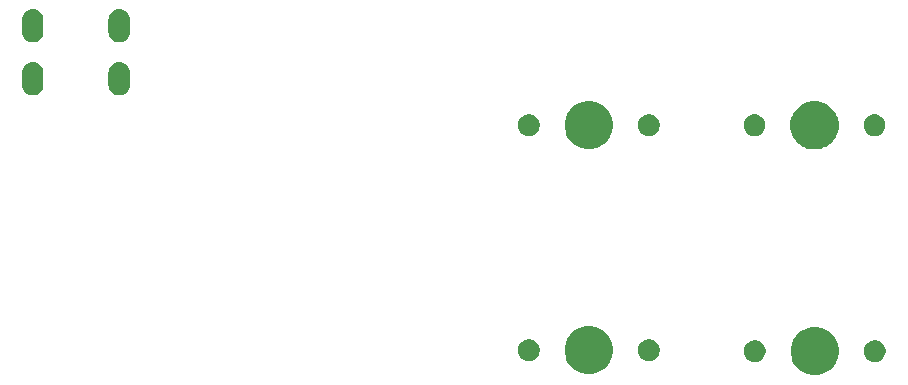
<source format=gts>
G04 #@! TF.GenerationSoftware,KiCad,Pcbnew,(5.1.2)-1*
G04 #@! TF.CreationDate,2019-05-27T11:12:18-07:00*
G04 #@! TF.ProjectId,Aidan PCB,41696461-6e20-4504-9342-2e6b69636164,rev?*
G04 #@! TF.SameCoordinates,Original*
G04 #@! TF.FileFunction,Soldermask,Top*
G04 #@! TF.FilePolarity,Negative*
%FSLAX46Y46*%
G04 Gerber Fmt 4.6, Leading zero omitted, Abs format (unit mm)*
G04 Created by KiCad (PCBNEW (5.1.2)-1) date 2019-05-27 11:12:18*
%MOMM*%
%LPD*%
G04 APERTURE LIST*
%ADD10C,0.100000*%
G04 APERTURE END LIST*
D10*
G36*
X117096474Y-98223684D02*
G01*
X117270053Y-98295583D01*
X117468623Y-98377833D01*
X117803548Y-98601623D01*
X118088377Y-98886452D01*
X118312167Y-99221377D01*
X118344562Y-99299586D01*
X118466316Y-99593526D01*
X118544900Y-99988594D01*
X118544900Y-100391406D01*
X118466316Y-100786474D01*
X118415451Y-100909272D01*
X118312167Y-101158623D01*
X118088377Y-101493548D01*
X117803548Y-101778377D01*
X117468623Y-102002167D01*
X117314474Y-102066017D01*
X117096474Y-102156316D01*
X116701406Y-102234900D01*
X116298594Y-102234900D01*
X115903526Y-102156316D01*
X115685526Y-102066017D01*
X115531377Y-102002167D01*
X115196452Y-101778377D01*
X114911623Y-101493548D01*
X114687833Y-101158623D01*
X114584549Y-100909272D01*
X114533684Y-100786474D01*
X114455100Y-100391406D01*
X114455100Y-99988594D01*
X114533684Y-99593526D01*
X114655438Y-99299586D01*
X114687833Y-99221377D01*
X114911623Y-98886452D01*
X115196452Y-98601623D01*
X115531377Y-98377833D01*
X115729947Y-98295583D01*
X115903526Y-98223684D01*
X116298594Y-98145100D01*
X116701406Y-98145100D01*
X117096474Y-98223684D01*
X117096474Y-98223684D01*
G37*
G36*
X97971474Y-98141434D02*
G01*
X98170043Y-98223684D01*
X98343623Y-98295583D01*
X98678548Y-98519373D01*
X98963377Y-98804202D01*
X99187167Y-99139127D01*
X99219562Y-99217336D01*
X99341316Y-99511276D01*
X99419900Y-99906344D01*
X99419900Y-100309156D01*
X99341316Y-100704224D01*
X99290451Y-100827022D01*
X99187167Y-101076373D01*
X98963377Y-101411298D01*
X98678548Y-101696127D01*
X98343623Y-101919917D01*
X98189474Y-101983767D01*
X97971474Y-102074066D01*
X97576406Y-102152650D01*
X97173594Y-102152650D01*
X96778526Y-102074066D01*
X96560526Y-101983767D01*
X96406377Y-101919917D01*
X96071452Y-101696127D01*
X95786623Y-101411298D01*
X95562833Y-101076373D01*
X95459549Y-100827022D01*
X95408684Y-100704224D01*
X95330100Y-100309156D01*
X95330100Y-99906344D01*
X95408684Y-99511276D01*
X95530438Y-99217336D01*
X95562833Y-99139127D01*
X95786623Y-98804202D01*
X96071452Y-98519373D01*
X96406377Y-98295583D01*
X96579957Y-98223684D01*
X96778526Y-98141434D01*
X97173594Y-98062850D01*
X97576406Y-98062850D01*
X97971474Y-98141434D01*
X97971474Y-98141434D01*
G37*
G36*
X121850104Y-99299585D02*
G01*
X122018626Y-99369389D01*
X122170291Y-99470728D01*
X122299272Y-99599709D01*
X122400611Y-99751374D01*
X122470415Y-99919896D01*
X122506000Y-100098797D01*
X122506000Y-100281203D01*
X122470415Y-100460104D01*
X122400611Y-100628626D01*
X122299272Y-100780291D01*
X122170291Y-100909272D01*
X122018626Y-101010611D01*
X121850104Y-101080415D01*
X121671203Y-101116000D01*
X121488797Y-101116000D01*
X121309896Y-101080415D01*
X121141374Y-101010611D01*
X120989709Y-100909272D01*
X120860728Y-100780291D01*
X120759389Y-100628626D01*
X120689585Y-100460104D01*
X120654000Y-100281203D01*
X120654000Y-100098797D01*
X120689585Y-99919896D01*
X120759389Y-99751374D01*
X120860728Y-99599709D01*
X120989709Y-99470728D01*
X121141374Y-99369389D01*
X121309896Y-99299585D01*
X121488797Y-99264000D01*
X121671203Y-99264000D01*
X121850104Y-99299585D01*
X121850104Y-99299585D01*
G37*
G36*
X111690104Y-99299585D02*
G01*
X111858626Y-99369389D01*
X112010291Y-99470728D01*
X112139272Y-99599709D01*
X112240611Y-99751374D01*
X112310415Y-99919896D01*
X112346000Y-100098797D01*
X112346000Y-100281203D01*
X112310415Y-100460104D01*
X112240611Y-100628626D01*
X112139272Y-100780291D01*
X112010291Y-100909272D01*
X111858626Y-101010611D01*
X111690104Y-101080415D01*
X111511203Y-101116000D01*
X111328797Y-101116000D01*
X111149896Y-101080415D01*
X110981374Y-101010611D01*
X110829709Y-100909272D01*
X110700728Y-100780291D01*
X110599389Y-100628626D01*
X110529585Y-100460104D01*
X110494000Y-100281203D01*
X110494000Y-100098797D01*
X110529585Y-99919896D01*
X110599389Y-99751374D01*
X110700728Y-99599709D01*
X110829709Y-99470728D01*
X110981374Y-99369389D01*
X111149896Y-99299585D01*
X111328797Y-99264000D01*
X111511203Y-99264000D01*
X111690104Y-99299585D01*
X111690104Y-99299585D01*
G37*
G36*
X92565104Y-99217335D02*
G01*
X92733626Y-99287139D01*
X92885291Y-99388478D01*
X93014272Y-99517459D01*
X93115611Y-99669124D01*
X93185415Y-99837646D01*
X93221000Y-100016547D01*
X93221000Y-100198953D01*
X93185415Y-100377854D01*
X93115611Y-100546376D01*
X93014272Y-100698041D01*
X92885291Y-100827022D01*
X92733626Y-100928361D01*
X92565104Y-100998165D01*
X92386203Y-101033750D01*
X92203797Y-101033750D01*
X92024896Y-100998165D01*
X91856374Y-100928361D01*
X91704709Y-100827022D01*
X91575728Y-100698041D01*
X91474389Y-100546376D01*
X91404585Y-100377854D01*
X91369000Y-100198953D01*
X91369000Y-100016547D01*
X91404585Y-99837646D01*
X91474389Y-99669124D01*
X91575728Y-99517459D01*
X91704709Y-99388478D01*
X91856374Y-99287139D01*
X92024896Y-99217335D01*
X92203797Y-99181750D01*
X92386203Y-99181750D01*
X92565104Y-99217335D01*
X92565104Y-99217335D01*
G37*
G36*
X102725104Y-99217335D02*
G01*
X102893626Y-99287139D01*
X103045291Y-99388478D01*
X103174272Y-99517459D01*
X103275611Y-99669124D01*
X103345415Y-99837646D01*
X103381000Y-100016547D01*
X103381000Y-100198953D01*
X103345415Y-100377854D01*
X103275611Y-100546376D01*
X103174272Y-100698041D01*
X103045291Y-100827022D01*
X102893626Y-100928361D01*
X102725104Y-100998165D01*
X102546203Y-101033750D01*
X102363797Y-101033750D01*
X102184896Y-100998165D01*
X102016374Y-100928361D01*
X101864709Y-100827022D01*
X101735728Y-100698041D01*
X101634389Y-100546376D01*
X101564585Y-100377854D01*
X101529000Y-100198953D01*
X101529000Y-100016547D01*
X101564585Y-99837646D01*
X101634389Y-99669124D01*
X101735728Y-99517459D01*
X101864709Y-99388478D01*
X102016374Y-99287139D01*
X102184896Y-99217335D01*
X102363797Y-99181750D01*
X102546203Y-99181750D01*
X102725104Y-99217335D01*
X102725104Y-99217335D01*
G37*
G36*
X117071474Y-79108684D02*
G01*
X117289474Y-79198983D01*
X117443623Y-79262833D01*
X117778548Y-79486623D01*
X118063377Y-79771452D01*
X118287167Y-80106377D01*
X118319562Y-80184586D01*
X118441316Y-80478526D01*
X118519900Y-80873594D01*
X118519900Y-81276406D01*
X118441316Y-81671474D01*
X118390451Y-81794272D01*
X118287167Y-82043623D01*
X118063377Y-82378548D01*
X117778548Y-82663377D01*
X117443623Y-82887167D01*
X117289474Y-82951017D01*
X117071474Y-83041316D01*
X116676406Y-83119900D01*
X116273594Y-83119900D01*
X115878526Y-83041316D01*
X115660526Y-82951017D01*
X115506377Y-82887167D01*
X115171452Y-82663377D01*
X114886623Y-82378548D01*
X114662833Y-82043623D01*
X114559549Y-81794272D01*
X114508684Y-81671474D01*
X114430100Y-81276406D01*
X114430100Y-80873594D01*
X114508684Y-80478526D01*
X114630438Y-80184586D01*
X114662833Y-80106377D01*
X114886623Y-79771452D01*
X115171452Y-79486623D01*
X115506377Y-79262833D01*
X115660526Y-79198983D01*
X115878526Y-79108684D01*
X116273594Y-79030100D01*
X116676406Y-79030100D01*
X117071474Y-79108684D01*
X117071474Y-79108684D01*
G37*
G36*
X97973724Y-79091434D02*
G01*
X98191724Y-79181733D01*
X98345873Y-79245583D01*
X98680798Y-79469373D01*
X98965627Y-79754202D01*
X99189417Y-80089127D01*
X99221812Y-80167336D01*
X99343566Y-80461276D01*
X99422150Y-80856344D01*
X99422150Y-81259156D01*
X99343566Y-81654224D01*
X99285556Y-81794272D01*
X99189417Y-82026373D01*
X98965627Y-82361298D01*
X98680798Y-82646127D01*
X98345873Y-82869917D01*
X98191724Y-82933767D01*
X97973724Y-83024066D01*
X97578656Y-83102650D01*
X97175844Y-83102650D01*
X96780776Y-83024066D01*
X96562776Y-82933767D01*
X96408627Y-82869917D01*
X96073702Y-82646127D01*
X95788873Y-82361298D01*
X95565083Y-82026373D01*
X95468944Y-81794272D01*
X95410934Y-81654224D01*
X95332350Y-81259156D01*
X95332350Y-80856344D01*
X95410934Y-80461276D01*
X95532688Y-80167336D01*
X95565083Y-80089127D01*
X95788873Y-79754202D01*
X96073702Y-79469373D01*
X96408627Y-79245583D01*
X96562776Y-79181733D01*
X96780776Y-79091434D01*
X97175844Y-79012850D01*
X97578656Y-79012850D01*
X97973724Y-79091434D01*
X97973724Y-79091434D01*
G37*
G36*
X111665104Y-80184585D02*
G01*
X111833626Y-80254389D01*
X111985291Y-80355728D01*
X112114272Y-80484709D01*
X112215611Y-80636374D01*
X112285415Y-80804896D01*
X112321000Y-80983797D01*
X112321000Y-81166203D01*
X112285415Y-81345104D01*
X112215611Y-81513626D01*
X112114272Y-81665291D01*
X111985291Y-81794272D01*
X111833626Y-81895611D01*
X111665104Y-81965415D01*
X111486203Y-82001000D01*
X111303797Y-82001000D01*
X111124896Y-81965415D01*
X110956374Y-81895611D01*
X110804709Y-81794272D01*
X110675728Y-81665291D01*
X110574389Y-81513626D01*
X110504585Y-81345104D01*
X110469000Y-81166203D01*
X110469000Y-80983797D01*
X110504585Y-80804896D01*
X110574389Y-80636374D01*
X110675728Y-80484709D01*
X110804709Y-80355728D01*
X110956374Y-80254389D01*
X111124896Y-80184585D01*
X111303797Y-80149000D01*
X111486203Y-80149000D01*
X111665104Y-80184585D01*
X111665104Y-80184585D01*
G37*
G36*
X121825104Y-80184585D02*
G01*
X121993626Y-80254389D01*
X122145291Y-80355728D01*
X122274272Y-80484709D01*
X122375611Y-80636374D01*
X122445415Y-80804896D01*
X122481000Y-80983797D01*
X122481000Y-81166203D01*
X122445415Y-81345104D01*
X122375611Y-81513626D01*
X122274272Y-81665291D01*
X122145291Y-81794272D01*
X121993626Y-81895611D01*
X121825104Y-81965415D01*
X121646203Y-82001000D01*
X121463797Y-82001000D01*
X121284896Y-81965415D01*
X121116374Y-81895611D01*
X120964709Y-81794272D01*
X120835728Y-81665291D01*
X120734389Y-81513626D01*
X120664585Y-81345104D01*
X120629000Y-81166203D01*
X120629000Y-80983797D01*
X120664585Y-80804896D01*
X120734389Y-80636374D01*
X120835728Y-80484709D01*
X120964709Y-80355728D01*
X121116374Y-80254389D01*
X121284896Y-80184585D01*
X121463797Y-80149000D01*
X121646203Y-80149000D01*
X121825104Y-80184585D01*
X121825104Y-80184585D01*
G37*
G36*
X92567354Y-80167335D02*
G01*
X92735876Y-80237139D01*
X92887541Y-80338478D01*
X93016522Y-80467459D01*
X93117861Y-80619124D01*
X93187665Y-80787646D01*
X93223250Y-80966547D01*
X93223250Y-81148953D01*
X93187665Y-81327854D01*
X93117861Y-81496376D01*
X93016522Y-81648041D01*
X92887541Y-81777022D01*
X92735876Y-81878361D01*
X92567354Y-81948165D01*
X92388453Y-81983750D01*
X92206047Y-81983750D01*
X92027146Y-81948165D01*
X91858624Y-81878361D01*
X91706959Y-81777022D01*
X91577978Y-81648041D01*
X91476639Y-81496376D01*
X91406835Y-81327854D01*
X91371250Y-81148953D01*
X91371250Y-80966547D01*
X91406835Y-80787646D01*
X91476639Y-80619124D01*
X91577978Y-80467459D01*
X91706959Y-80338478D01*
X91858624Y-80237139D01*
X92027146Y-80167335D01*
X92206047Y-80131750D01*
X92388453Y-80131750D01*
X92567354Y-80167335D01*
X92567354Y-80167335D01*
G37*
G36*
X102727354Y-80167335D02*
G01*
X102895876Y-80237139D01*
X103047541Y-80338478D01*
X103176522Y-80467459D01*
X103277861Y-80619124D01*
X103347665Y-80787646D01*
X103383250Y-80966547D01*
X103383250Y-81148953D01*
X103347665Y-81327854D01*
X103277861Y-81496376D01*
X103176522Y-81648041D01*
X103047541Y-81777022D01*
X102895876Y-81878361D01*
X102727354Y-81948165D01*
X102548453Y-81983750D01*
X102366047Y-81983750D01*
X102187146Y-81948165D01*
X102018624Y-81878361D01*
X101866959Y-81777022D01*
X101737978Y-81648041D01*
X101636639Y-81496376D01*
X101566835Y-81327854D01*
X101531250Y-81148953D01*
X101531250Y-80966547D01*
X101566835Y-80787646D01*
X101636639Y-80619124D01*
X101737978Y-80467459D01*
X101866959Y-80338478D01*
X102018624Y-80237139D01*
X102187146Y-80167335D01*
X102366047Y-80131750D01*
X102548453Y-80131750D01*
X102727354Y-80167335D01*
X102727354Y-80167335D01*
G37*
G36*
X50476627Y-75756037D02*
G01*
X50646466Y-75807557D01*
X50802991Y-75891222D01*
X50838729Y-75920552D01*
X50940186Y-76003814D01*
X51023448Y-76105271D01*
X51052778Y-76141009D01*
X51136443Y-76297534D01*
X51187963Y-76467373D01*
X51201000Y-76599742D01*
X51201000Y-77688258D01*
X51187963Y-77820627D01*
X51136443Y-77990466D01*
X51052778Y-78146991D01*
X51023448Y-78182729D01*
X50940186Y-78284186D01*
X50802989Y-78396779D01*
X50646467Y-78480442D01*
X50646465Y-78480443D01*
X50476626Y-78531963D01*
X50300000Y-78549359D01*
X50123373Y-78531963D01*
X49953534Y-78480443D01*
X49797009Y-78396778D01*
X49761271Y-78367448D01*
X49659814Y-78284186D01*
X49547221Y-78146989D01*
X49463558Y-77990467D01*
X49463557Y-77990465D01*
X49412037Y-77820626D01*
X49399000Y-77688257D01*
X49399001Y-76599742D01*
X49412038Y-76467373D01*
X49463558Y-76297534D01*
X49547223Y-76141009D01*
X49576553Y-76105271D01*
X49659815Y-76003814D01*
X49761272Y-75920552D01*
X49797010Y-75891222D01*
X49953535Y-75807557D01*
X50123374Y-75756037D01*
X50300000Y-75738641D01*
X50476627Y-75756037D01*
X50476627Y-75756037D01*
G37*
G36*
X57776627Y-75756037D02*
G01*
X57946466Y-75807557D01*
X58102991Y-75891222D01*
X58138729Y-75920552D01*
X58240186Y-76003814D01*
X58323448Y-76105271D01*
X58352778Y-76141009D01*
X58436443Y-76297534D01*
X58487963Y-76467373D01*
X58501000Y-76599742D01*
X58501000Y-77688258D01*
X58487963Y-77820627D01*
X58436443Y-77990466D01*
X58352778Y-78146991D01*
X58323448Y-78182729D01*
X58240186Y-78284186D01*
X58102989Y-78396779D01*
X57946467Y-78480442D01*
X57946465Y-78480443D01*
X57776626Y-78531963D01*
X57600000Y-78549359D01*
X57423373Y-78531963D01*
X57253534Y-78480443D01*
X57097009Y-78396778D01*
X57061271Y-78367448D01*
X56959814Y-78284186D01*
X56847221Y-78146989D01*
X56763558Y-77990467D01*
X56763557Y-77990465D01*
X56712037Y-77820626D01*
X56699000Y-77688257D01*
X56699001Y-76599742D01*
X56712038Y-76467373D01*
X56763558Y-76297534D01*
X56847223Y-76141009D01*
X56876553Y-76105271D01*
X56959815Y-76003814D01*
X57061272Y-75920552D01*
X57097010Y-75891222D01*
X57253535Y-75807557D01*
X57423374Y-75756037D01*
X57600000Y-75738641D01*
X57776627Y-75756037D01*
X57776627Y-75756037D01*
G37*
G36*
X57776627Y-71256037D02*
G01*
X57946466Y-71307557D01*
X58102991Y-71391222D01*
X58138729Y-71420552D01*
X58240186Y-71503814D01*
X58323448Y-71605271D01*
X58352778Y-71641009D01*
X58436443Y-71797534D01*
X58487963Y-71967373D01*
X58501000Y-72099742D01*
X58501000Y-73188258D01*
X58487963Y-73320627D01*
X58436443Y-73490466D01*
X58352778Y-73646991D01*
X58323448Y-73682729D01*
X58240186Y-73784186D01*
X58102989Y-73896779D01*
X57946467Y-73980442D01*
X57946465Y-73980443D01*
X57776626Y-74031963D01*
X57600000Y-74049359D01*
X57423373Y-74031963D01*
X57253534Y-73980443D01*
X57097009Y-73896778D01*
X57061271Y-73867448D01*
X56959814Y-73784186D01*
X56847221Y-73646989D01*
X56763558Y-73490467D01*
X56763557Y-73490465D01*
X56712037Y-73320626D01*
X56699000Y-73188257D01*
X56699001Y-72099742D01*
X56712038Y-71967373D01*
X56763558Y-71797534D01*
X56847223Y-71641009D01*
X56876553Y-71605271D01*
X56959815Y-71503814D01*
X57061272Y-71420552D01*
X57097010Y-71391222D01*
X57253535Y-71307557D01*
X57423374Y-71256037D01*
X57600000Y-71238641D01*
X57776627Y-71256037D01*
X57776627Y-71256037D01*
G37*
G36*
X50476627Y-71256037D02*
G01*
X50646466Y-71307557D01*
X50802991Y-71391222D01*
X50838729Y-71420552D01*
X50940186Y-71503814D01*
X51023448Y-71605271D01*
X51052778Y-71641009D01*
X51136443Y-71797534D01*
X51187963Y-71967373D01*
X51201000Y-72099742D01*
X51201000Y-73188258D01*
X51187963Y-73320627D01*
X51136443Y-73490466D01*
X51052778Y-73646991D01*
X51023448Y-73682729D01*
X50940186Y-73784186D01*
X50802989Y-73896779D01*
X50646467Y-73980442D01*
X50646465Y-73980443D01*
X50476626Y-74031963D01*
X50300000Y-74049359D01*
X50123373Y-74031963D01*
X49953534Y-73980443D01*
X49797009Y-73896778D01*
X49761271Y-73867448D01*
X49659814Y-73784186D01*
X49547221Y-73646989D01*
X49463558Y-73490467D01*
X49463557Y-73490465D01*
X49412037Y-73320626D01*
X49399000Y-73188257D01*
X49399001Y-72099742D01*
X49412038Y-71967373D01*
X49463558Y-71797534D01*
X49547223Y-71641009D01*
X49576553Y-71605271D01*
X49659815Y-71503814D01*
X49761272Y-71420552D01*
X49797010Y-71391222D01*
X49953535Y-71307557D01*
X50123374Y-71256037D01*
X50300000Y-71238641D01*
X50476627Y-71256037D01*
X50476627Y-71256037D01*
G37*
M02*

</source>
